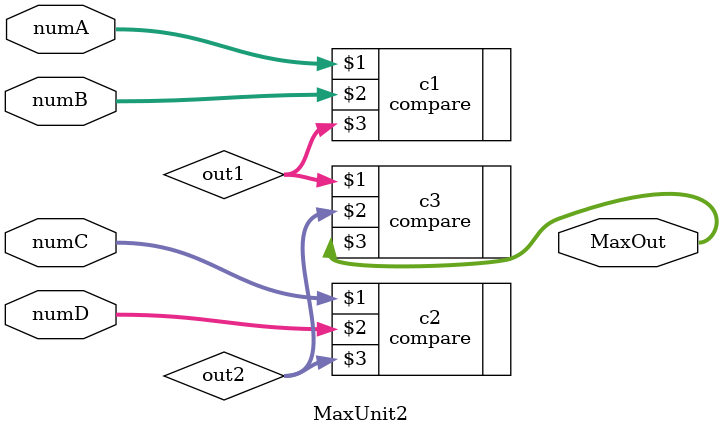
<source format=v>
`timescale 1 ns / 10 ps

module MaxUnit2 (numA,numB,numC,numD,MaxOut);
  
parameter DATA_WIDTH = 16;
input [DATA_WIDTH-1:0] numA,numB,numC,numD;
output wire [DATA_WIDTH-1:0] MaxOut;
wire [DATA_WIDTH-1:0] out1,out2;

compare c1 (numA,numB,out1);

compare c2 (numC,numD,out2);

compare c3 (out1,out2,MaxOut);
endmodule
</source>
